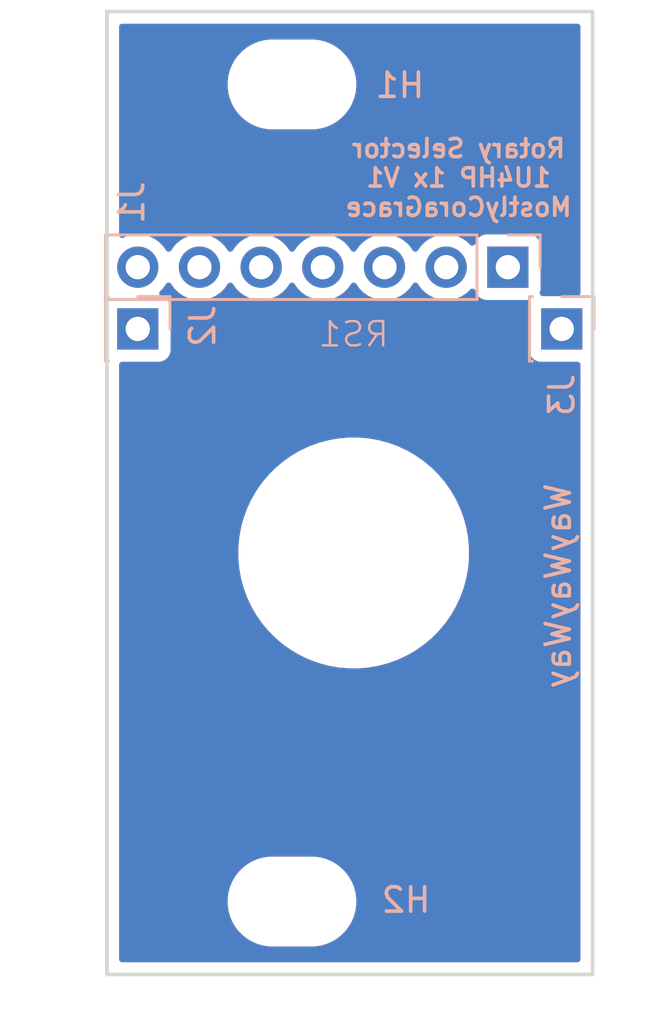
<source format=kicad_pcb>
(kicad_pcb (version 20240108) (generator "pcbnew") (generator_version "8.0")
  (layers (0 "F.Cu" signal) (31 "B.Cu" signal) (34 "B.Paste" user) (35 "F.Paste" user) (36 "B.SilkS" user "B.Silkscreen") (37 "F.SilkS" user "F.Silkscreen") (38 "B.Mask" user) (39 "F.Mask" user) (44 "Edge.Cuts" user))
  (net 0 "")
  (footprint "Connector_PinSocket_2.54mm:PinSocket_1x01_P2.54mm_Vertical" (layer "B.Cu") (at 1.27 15.485 90)
    (property "Reference" "J2" (at 0.118 2.667 90) (layer "B.SilkS") (effects (justify mirror)))
    (property "Value" "Conn_01x01_Socket")
    (fp_line (start 1.33 -1.33) (end -1.33 -1.33) (stroke (width 0.12)) (layer "B.SilkS"))
    (fp_line (start 1.33 -1.33) (end 1.33 -1.21) (stroke (width 0.12)) (layer "B.SilkS"))
    (fp_line (start -1.33 -1.33) (end -1.33 -1.21) (stroke (width 0.12)) (layer "B.SilkS"))
    (fp_line (start 1.33 0) (end 1.33 1.33) (stroke (width 0.12)) (layer "B.SilkS"))
    (fp_line (start 1.33 1.33) (end 0 1.33) (stroke (width 0.12)) (layer "B.SilkS"))
    (pad "1" thru_hole rect (at 0 0 90) (size 1.7 1.7) (drill 1) (layers "*.Cu" "*.Mask"))
  )
  (footprint "EXC:Rotary_Selector_Panel_Mount_M9" (layer "B.Cu") (at 10.16 24.705 180)
    (property "Reference" "RS1" (at 0 9 0) (layer "B.SilkS") (effects (font (thickness 0.1)) (justify mirror)))
    (property "Value" "8-way Rotary Selector")
    (pad "" np_thru_hole circle (at 0 0 180) (size 9 9) (drill 9) (layers "F&B.Cu" "*.Mask"))
  )
  (footprint "MountingHole:MountingHole_3.2mm_M3" (layer "B.Cu") (at 7.61962 5.425 180)
    (property "Reference" "H1" (at -4.44462 -0.036 0) (layer "B.SilkS") (effects (justify mirror)))
    (property "Value" "MountingHole")
    (pad "" np_thru_hole oval (at 0 0 180) (size 4.8 3.2) (drill oval 4.8 3.2) (layers "F&B.Cu" "*.Mask"))
  )
  (footprint "MountingHole:MountingHole_3.2mm_M3" (layer "B.Cu") (at 7.61962 39.05 180)
    (property "Reference" "H2" (at -4.69862 0.061 0) (layer "B.SilkS") (effects (justify mirror)))
    (property "Value" "MountingHole")
    (pad "" np_thru_hole oval (at 0 0 180) (size 4.8 3.2) (drill oval 4.8 3.2) (layers "F&B.Cu" "*.Mask"))
  )
  (footprint "Connector_PinSocket_2.54mm:PinSocket_1x01_P2.54mm_Vertical" (layer "B.Cu") (at 18.73 15.485 90)
    (property "Reference" "J3" (at -2.72 0 90) (layer "B.SilkS") (effects (justify mirror)))
    (property "Value" "Conn_01x01_Socket")
    (fp_line (start 1.33 -1.33) (end -1.33 -1.33) (stroke (width 0.12)) (layer "B.SilkS"))
    (fp_line (start 1.33 -1.33) (end 1.33 -1.21) (stroke (width 0.12)) (layer "B.SilkS"))
    (fp_line (start -1.33 -1.33) (end -1.33 -1.21) (stroke (width 0.12)) (layer "B.SilkS"))
    (fp_line (start 1.33 0) (end 1.33 1.33) (stroke (width 0.12)) (layer "B.SilkS"))
    (fp_line (start 1.33 1.33) (end 0 1.33) (stroke (width 0.12)) (layer "B.SilkS"))
    (pad "1" thru_hole rect (at 0 0 90) (size 1.7 1.7) (drill 1) (layers "*.Cu" "*.Mask"))
  )
  (footprint "Connector_PinSocket_2.54mm:PinSocket_1x07_P2.54mm_Vertical" (layer "B.Cu") (at 16.51 12.945 90)
    (property "Reference" "J1" (at 2.658 -15.494 90) (layer "B.SilkS") (effects (justify mirror)))
    (property "Value" "Conn_01x07_Socket")
    (fp_line (start 1.33 -16.57) (end -1.33 -16.57) (stroke (width 0.12)) (layer "B.SilkS"))
    (fp_line (start 1.33 -16.57) (end 1.33 -1.27) (stroke (width 0.12)) (layer "B.SilkS"))
    (fp_line (start -1.33 -16.57) (end -1.33 -1.27) (stroke (width 0.12)) (layer "B.SilkS"))
    (fp_line (start 1.33 -1.27) (end -1.33 -1.27) (stroke (width 0.12)) (layer "B.SilkS"))
    (fp_line (start 1.33 0) (end 1.33 1.33) (stroke (width 0.12)) (layer "B.SilkS"))
    (fp_line (start 1.33 1.33) (end 0 1.33) (stroke (width 0.12)) (layer "B.SilkS"))
    (pad "1" thru_hole rect (at 0 0 90) (size 1.7 1.7) (drill 1) (layers "*.Cu" "*.Mask"))
    (pad "2" thru_hole oval (at 0 -2.54 90) (size 1.7 1.7) (drill 1) (layers "*.Cu" "*.Mask"))
    (pad "3" thru_hole oval (at 0 -5.08 90) (size 1.7 1.7) (drill 1) (layers "*.Cu" "*.Mask"))
    (pad "4" thru_hole oval (at 0 -7.62 90) (size 1.7 1.7) (drill 1) (layers "*.Cu" "*.Mask"))
    (pad "5" thru_hole oval (at 0 -10.16 90) (size 1.7 1.7) (drill 1) (layers "*.Cu" "*.Mask"))
    (pad "6" thru_hole oval (at 0 -12.7 90) (size 1.7 1.7) (drill 1) (layers "*.Cu" "*.Mask"))
    (pad "7" thru_hole oval (at 0 -15.24 90) (size 1.7 1.7) (drill 1) (layers "*.Cu" "*.Mask"))
  )
  (gr_rect (start 0 2.425) (end 20 42.05) (stroke (width 0.15)) (fill none) (layer "Edge.Cuts"))
  (gr_text "WayWayWay" (at 18 21.75 90) (layer "B.SilkS") (effects (font (size 1 1)) (justify left top mirror)))
  (gr_text "Rotary Selector\n1U4HP 1x V1\nMostlyCoraGrace" (at 14.478 7.62 0) (layer "B.SilkS") (effects (font (size 0.75 0.75) (thickness 0.15) (bold yes)) (justify top mirror)))
  (zone (net 0) (net_name "") (layers "F&B.Cu") (connect_pads (clearance 0.5)) (min_thickness 0.25) (fill yes (thermal_gap 0.5) (thermal_bridge_width 0.5) (island_removal_mode 1) (island_area_min 10))
    (polygon (pts (xy 0 2.5) (xy 20 2.5) (xy 20 42) (xy 0 42)))
  )
)
</source>
